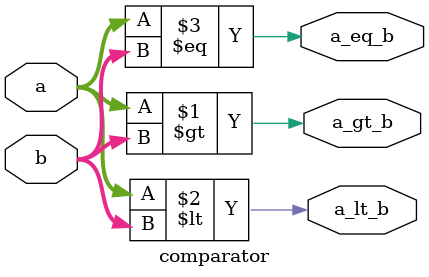
<source format=v>
`timescale 1ns / 1ps


module comparator (a_gt_b, a_lt_b, a_eq_b, a, b);
parameter word_size=32;
input [word_size-1:0] a,b;
output a_gt_b, a_lt_b, a_eq_b;

assign a_gt_b = (a > b),
       a_lt_b = (a < b),
       a_eq_b = (a == b);

endmodule

</source>
